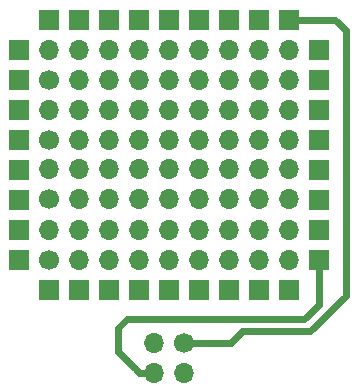
<source format=gbl>
G04 #@! TF.FileFunction,Copper,L2,Bot,Signal*
%FSLAX46Y46*%
G04 Gerber Fmt 4.6, Leading zero omitted, Abs format (unit mm)*
G04 Created by KiCad (PCBNEW 4.0.7-e2-6376~61~ubuntu18.04.1) date Wed Jun  6 20:56:43 2018*
%MOMM*%
%LPD*%
G01*
G04 APERTURE LIST*
%ADD10C,0.100000*%
%ADD11C,1.700000*%
%ADD12O,1.700000X1.700000*%
%ADD13R,1.700000X1.700000*%
%ADD14C,0.600000*%
G04 APERTURE END LIST*
D10*
D11*
X118364000Y-171200000D03*
D12*
X118364000Y-168660000D03*
X120904000Y-171200000D03*
X120904000Y-168660000D03*
X123444000Y-171200000D03*
X123444000Y-168660000D03*
X125984000Y-171200000D03*
X125984000Y-168660000D03*
X128524000Y-171200000D03*
X128524000Y-168660000D03*
X131064000Y-171200000D03*
X131064000Y-168660000D03*
X133604000Y-171200000D03*
X133604000Y-168660000D03*
X136144000Y-171200000D03*
X136144000Y-168660000D03*
X138684000Y-171200000D03*
X138684000Y-168660000D03*
D11*
X118364000Y-166100000D03*
D12*
X118364000Y-163560000D03*
X120904000Y-166100000D03*
X120904000Y-163560000D03*
X123444000Y-166100000D03*
X123444000Y-163560000D03*
X125984000Y-166100000D03*
X125984000Y-163560000D03*
X128524000Y-166100000D03*
X128524000Y-163560000D03*
X131064000Y-166100000D03*
X131064000Y-163560000D03*
X133604000Y-166100000D03*
X133604000Y-163560000D03*
X136144000Y-166100000D03*
X136144000Y-163560000D03*
X138684000Y-166100000D03*
X138684000Y-163560000D03*
D11*
X118364000Y-161036000D03*
D12*
X118364000Y-158496000D03*
X120904000Y-161036000D03*
X120904000Y-158496000D03*
X123444000Y-161036000D03*
X123444000Y-158496000D03*
X125984000Y-161036000D03*
X125984000Y-158496000D03*
X128524000Y-161036000D03*
X128524000Y-158496000D03*
X131064000Y-161036000D03*
X131064000Y-158496000D03*
X133604000Y-161036000D03*
X133604000Y-158496000D03*
X136144000Y-161036000D03*
X136144000Y-158496000D03*
X138684000Y-161036000D03*
X138684000Y-158496000D03*
D11*
X118364000Y-155956000D03*
D12*
X118364000Y-153416000D03*
X120904000Y-155956000D03*
X120904000Y-153416000D03*
X123444000Y-155956000D03*
X123444000Y-153416000D03*
X125984000Y-155956000D03*
X125984000Y-153416000D03*
X128524000Y-155956000D03*
X128524000Y-153416000D03*
X131064000Y-155956000D03*
X131064000Y-153416000D03*
X133604000Y-155956000D03*
X133604000Y-153416000D03*
X136144000Y-155956000D03*
X136144000Y-153416000D03*
X138684000Y-155956000D03*
X138684000Y-153416000D03*
D11*
X129770000Y-178230000D03*
D12*
X129770000Y-180770000D03*
X127230000Y-178230000D03*
X127230000Y-180770000D03*
D13*
X115798600Y-153416000D03*
X115798600Y-155956000D03*
X115798600Y-158496000D03*
X115798600Y-161036000D03*
X115798600Y-163576000D03*
X115798600Y-166116000D03*
X115798600Y-168656000D03*
X115798600Y-171196000D03*
X141224000Y-153416000D03*
X141224000Y-155956000D03*
X141224000Y-158496000D03*
X141224000Y-161036000D03*
X141224000Y-163576000D03*
X141224000Y-166116000D03*
X141224000Y-168656000D03*
X141224000Y-171196000D03*
X118364000Y-150876000D03*
X120904000Y-150876000D03*
X123444000Y-150876000D03*
X125984000Y-150876000D03*
X128524000Y-150876000D03*
X131064000Y-150876000D03*
X133604000Y-150876000D03*
X136144000Y-150876000D03*
X138684000Y-150876000D03*
X118364000Y-173736000D03*
X120904000Y-173736000D03*
X123444000Y-173736000D03*
X125984000Y-173736000D03*
X128524000Y-173736000D03*
X131064000Y-173736000D03*
X133604000Y-173736000D03*
X136144000Y-173736000D03*
X138684000Y-173736000D03*
D14*
X140000000Y-176250000D02*
X141224000Y-175026000D01*
X141224000Y-175026000D02*
X141224000Y-171196000D01*
X125000000Y-176250000D02*
X140000000Y-176250000D01*
X124250000Y-177000000D02*
X125000000Y-176250000D01*
X124250000Y-179000000D02*
X124250000Y-177000000D01*
X125750000Y-180500000D02*
X124250000Y-179000000D01*
X125757919Y-180500000D02*
X125750000Y-180500000D01*
X127230000Y-180770000D02*
X126027919Y-180770000D01*
X126027919Y-180770000D02*
X125757919Y-180500000D01*
X143500000Y-151750000D02*
X142626000Y-150876000D01*
X142626000Y-150876000D02*
X138684000Y-150876000D01*
X143500000Y-174250000D02*
X143500000Y-151750000D01*
X140500000Y-177250000D02*
X143500000Y-174250000D01*
X134750000Y-177250000D02*
X140500000Y-177250000D01*
X133770000Y-178230000D02*
X134750000Y-177250000D01*
X129770000Y-178230000D02*
X133770000Y-178230000D01*
M02*

</source>
